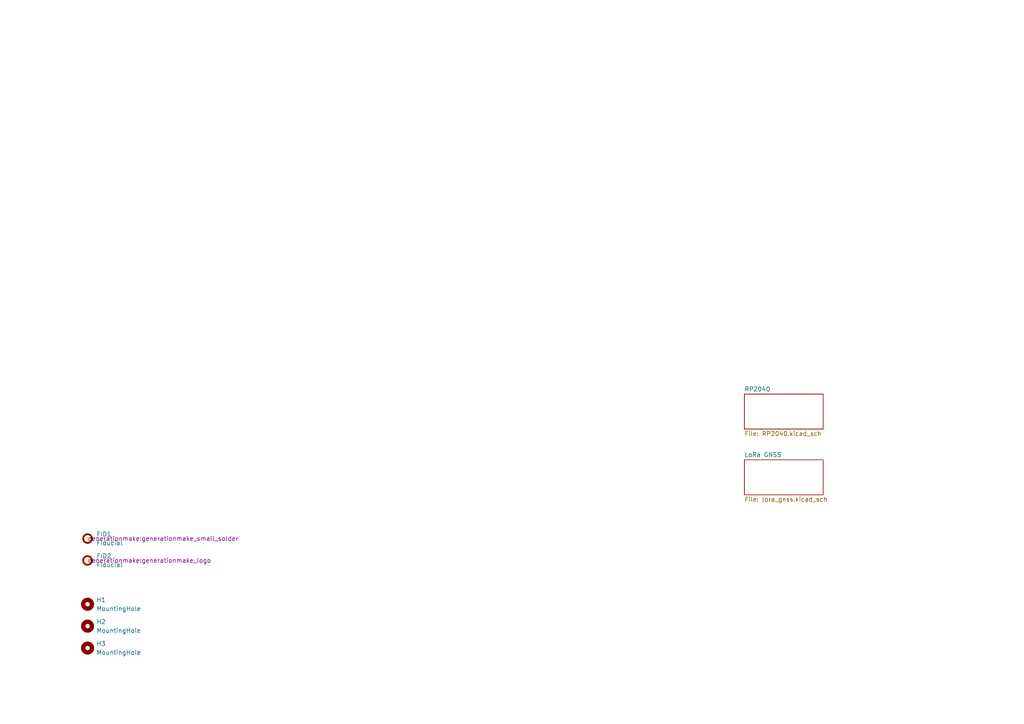
<source format=kicad_sch>
(kicad_sch (version 20231120) (generator "eeschema") (generator_version "8.0")
  (paper "A4")
  (title_block (title "RP2040LoRaTracker") (date "2025-04-20") (rev "0.1") (company "generationmake"))
  (lib_symbols
    (symbol "Mechanical:Fiducial" (exclude_from_sim yes) (in_bom no)
      (property "Reference" "FID" (at 0 5.08 0))
      (property "Value" "Fiducial" (at 0 3.175 0))
      (symbol "Fiducial_0_1"
        (circle (center 0 0) (radius 1.27) (stroke (width 0.508)) (fill (type background)))
      )
    )
    (symbol "Mechanical:MountingHole" (pin_names (offset 1.016)) (exclude_from_sim yes) (in_bom no)
      (property "Reference" "H" (at 0 5.08 0))
      (property "Value" "MountingHole" (at 0 3.175 0))
      (symbol "MountingHole_0_1"
        (circle (center 0 0) (radius 1.27) (stroke (width 1.27)))
      )
    )
  )
  (symbol (lib_id "Mechanical:Fiducial") (at 25.4 156.21 0) (unit 1) (exclude_from_sim yes) (in_bom no)
    (property "Reference" "FID1" (at 27.94 154.9399 0) (effects (justify left)))
    (property "Value" "Fiducial" (at 27.94 157.4799 0) (effects (justify left)))
    (property "Footprint" "generationmake:generationmake_small_solder" (at 25.4 156.21 0) (effects (justify left)))
    (property "Description" "Fiducial Marker" (effects (hide yes)))
  )
  (symbol (lib_id "Mechanical:MountingHole") (at 25.4 175.26 0) (unit 1) (exclude_from_sim yes) (in_bom no)
    (property "Reference" "H1" (at 27.94 173.9899 0) (effects (justify left)))
    (property "Value" "MountingHole" (at 27.94 176.5299 0) (effects (justify left)))
    (property "Footprint" "MountingHole:MountingHole_2.2mm_M2" (effects (hide yes)))
    (property "Description" "Mounting Hole without connection" (effects (hide yes)))
  )
  (symbol (lib_id "Mechanical:MountingHole") (at 25.4 181.61 0) (unit 1) (exclude_from_sim yes) (in_bom no)
    (property "Reference" "H2" (at 27.94 180.3399 0) (effects (justify left)))
    (property "Value" "MountingHole" (at 27.94 182.8799 0) (effects (justify left)))
    (property "Footprint" "MountingHole:MountingHole_2.2mm_M2" (effects (hide yes)))
    (property "Description" "Mounting Hole without connection" (effects (hide yes)))
  )
  (symbol (lib_id "Mechanical:MountingHole") (at 25.4 187.96 0) (unit 1) (exclude_from_sim yes) (in_bom no)
    (property "Reference" "H3" (at 27.94 186.6899 0) (effects (justify left)))
    (property "Value" "MountingHole" (at 27.94 189.2299 0) (effects (justify left)))
    (property "Footprint" "MountingHole:MountingHole_2.2mm_M2" (effects (hide yes)))
    (property "Description" "Mounting Hole without connection" (effects (hide yes)))
  )
  (symbol (lib_id "Mechanical:Fiducial") (at 25.4 162.56 0) (unit 1) (exclude_from_sim yes) (in_bom no)
    (property "Reference" "FID2" (at 27.94 161.2899 0) (effects (justify left)))
    (property "Value" "Fiducial" (at 27.94 163.8299 0) (effects (justify left)))
    (property "Footprint" "generationmake:generationmake_logo" (at 25.4 162.56 0) (effects (justify left)))
    (property "Description" "Fiducial Marker" (effects (hide yes)))
  )
  (sheet (at 215.9 114.3) (size 22.86 10.16) (stroke (width 0.1524))
    (property "Sheetname" "RP2040" (at 215.9 113.5884 0) (effects (justify left bottom)))
    (property "Sheetfile" "RP2040.kicad_sch" (at 215.9 125.0446 0) (effects (justify left top)))
  )
  (sheet (at 215.9 133.35) (size 22.86 10.16) (stroke (width 0.1524))
    (property "Sheetname" "LoRa GNSS" (at 215.9 132.6384 0) (effects (justify left bottom)))
    (property "Sheetfile" "lora_gnss.kicad_sch" (at 215.9 144.0946 0) (effects (justify left top)))
  )
)
</source>
